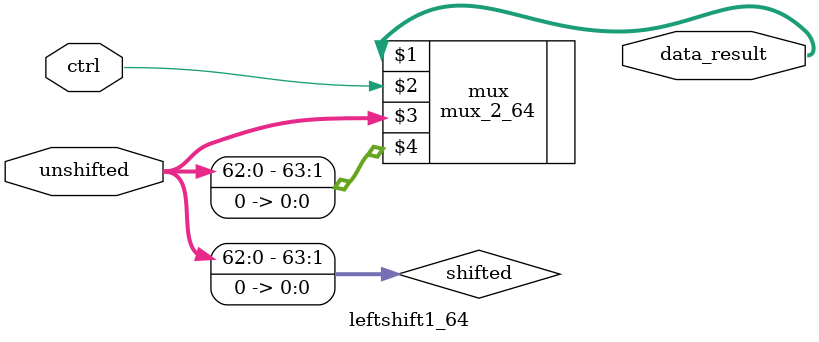
<source format=v>
module leftshift1_64( data_result, unshifted, ctrl);
    input [63:0] unshifted;
    input ctrl;

    output [63:0] data_result;

    wire [63:0] shifted;

    assign shifted[0] = 0;
    assign shifted[63:1] = unshifted[62:0];

    mux_2_64 mux(data_result, ctrl, unshifted, shifted);

endmodule
</source>
